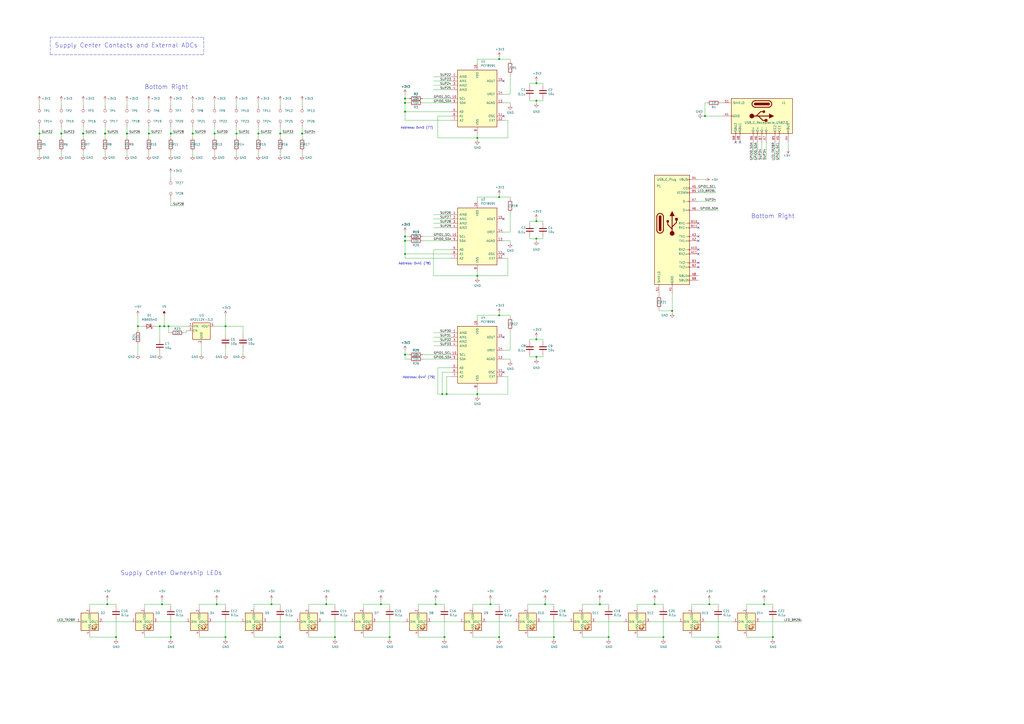
<source format=kicad_sch>
(kicad_sch (version 20211123) (generator eeschema)
  (paper "A2")
  (junction (at 111.76 77.47))
  (junction (at 67.31 369.57))
  (junction (at 80.01 189.23))
  (junction (at 276.86 80.01))
  (junction (at 194.31 369.57))
  (junction (at 226.06 369.57))
  (junction (at 22.86 77.47))
  (junction (at 130.81 369.57))
  (junction (at 353.06 369.57))
  (junction (at 259.08 228.6))
  (junction (at 220.98 350.52))
  (junction (at 62.23 350.52))
  (junction (at 448.31 369.57))
  (junction (at 124.46 77.47))
  (junction (at 289.56 182.88))
  (junction (at 86.36 77.47))
  (junction (at 276.86 228.6))
  (junction (at 347.98 350.52))
  (junction (at 408.94 67.31))
  (junction (at 256.54 228.6))
  (junction (at 311.15 138.43))
  (junction (at 157.48 350.52))
  (junction (at 137.16 77.47))
  (junction (at 234.95 139.7))
  (junction (at 130.81 189.23))
  (junction (at 316.23 350.52))
  (junction (at 289.56 114.3))
  (junction (at 389.89 180.34))
  (junction (at 92.71 189.23))
  (junction (at 234.95 64.77))
  (junction (at 99.06 77.47))
  (junction (at 149.86 77.47))
  (junction (at 443.23 350.52))
  (junction (at 93.98 350.52))
  (junction (at 175.26 77.47))
  (junction (at 276.86 160.02))
  (junction (at 162.56 369.57))
  (junction (at 234.95 147.32))
  (junction (at 321.31 369.57))
  (junction (at 234.95 137.16))
  (junction (at 234.95 205.74))
  (junction (at 234.95 59.69))
  (junction (at 257.81 369.57))
  (junction (at 311.15 207.01))
  (junction (at 311.15 196.85))
  (junction (at 97.79 189.23))
  (junction (at 125.73 350.52))
  (junction (at 379.73 350.52))
  (junction (at 35.56 77.47))
  (junction (at 384.81 369.57))
  (junction (at 411.48 350.52))
  (junction (at 162.56 77.47))
  (junction (at 311.15 128.27))
  (junction (at 60.96 77.47))
  (junction (at 99.06 369.57))
  (junction (at 311.15 48.26))
  (junction (at 48.26 77.47))
  (junction (at 416.56 369.57))
  (junction (at 189.23 350.52))
  (junction (at 289.56 34.29))
  (junction (at 289.56 369.57))
  (junction (at 73.66 77.47))
  (junction (at 284.48 350.52))
  (junction (at 311.15 58.42))
  (junction (at 95.25 189.23))
  (junction (at 252.73 350.52))
  (junction (at 234.95 57.15))
  (no_connect (at 405.13 152.4))
  (no_connect (at 292.1 147.32))
  (no_connect (at 405.13 132.08))
  (no_connect (at 405.13 154.94))
  (no_connect (at 405.13 129.54))
  (no_connect (at 292.1 46.99))
  (no_connect (at 405.13 147.32))
  (no_connect (at 405.13 144.78))
  (no_connect (at 292.1 127))
  (no_connect (at 426.72 82.55))
  (no_connect (at 429.26 82.55))
  (no_connect (at 292.1 67.31))
  (no_connect (at 405.13 139.7))
  (no_connect (at 292.1 215.9))
  (no_connect (at 405.13 137.16))
  (no_connect (at 292.1 195.58))
  (wire (pts (xy 353.06 350.52) (xy 353.06 351.79)))
  (wire (pts (xy 125.73 347.98) (xy 125.73 350.52)))
  (wire (pts (xy 149.86 87.63) (xy 149.86 90.17)))
  (wire (pts (xy 73.66 73.66) (xy 73.66 77.47)))
  (wire (pts (xy 179.07 368.3) (xy 179.07 369.57)))
  (wire (pts (xy 276.86 182.88) (xy 289.56 182.88)))
  (wire (pts (xy 48.26 58.42) (xy 48.26 60.96)))
  (wire (pts (xy 295.91 115.57) (xy 295.91 114.3)))
  (wire (pts (xy 107.95 191.77) (xy 109.22 191.77)))
  (wire (pts (xy 52.07 369.57) (xy 67.31 369.57)))
  (wire (pts (xy 379.73 350.52) (xy 384.81 350.52)))
  (wire (pts (xy 289.56 359.41) (xy 289.56 369.57)))
  (wire (pts (xy 210.82 368.3) (xy 210.82 369.57)))
  (wire (pts (xy 410.21 59.69) (xy 408.94 59.69)))
  (wire (pts (xy 162.56 359.41) (xy 162.56 369.57)))
  (wire (pts (xy 408.94 104.14) (xy 405.13 104.14)))
  (wire (pts (xy 261.62 64.77) (xy 234.95 64.77)))
  (wire (pts (xy 307.34 196.85) (xy 307.34 198.12)))
  (wire (pts (xy 22.86 77.47) (xy 30.48 77.47)))
  (wire (pts (xy 307.34 58.42) (xy 311.15 58.42)))
  (wire (pts (xy 295.91 139.7) (xy 295.91 140.97)))
  (wire (pts (xy 276.86 77.47) (xy 276.86 80.01)))
  (wire (pts (xy 311.15 58.42) (xy 311.15 59.69)))
  (wire (pts (xy 234.95 64.77) (xy 234.95 59.69)))
  (wire (pts (xy 106.68 193.04) (xy 107.95 193.04)))
  (wire (pts (xy 86.36 77.47) (xy 86.36 80.01)))
  (wire (pts (xy 189.23 350.52) (xy 194.31 350.52)))
  (wire (pts (xy 314.96 205.74) (xy 314.96 207.01)))
  (wire (pts (xy 90.17 189.23) (xy 92.71 189.23)))
  (wire (pts (xy 415.29 111.76) (xy 405.13 111.76)))
  (wire (pts (xy 92.71 204.47) (xy 92.71 205.74)))
  (polyline (pts (xy 118.11 21.59) (xy 118.11 31.75)))
  (wire (pts (xy 245.11 208.28) (xy 261.62 208.28)))
  (wire (pts (xy 220.98 347.98) (xy 220.98 350.52)))
  (wire (pts (xy 123.19 360.68) (xy 139.7 360.68)))
  (wire (pts (xy 314.96 57.15) (xy 314.96 58.42)))
  (wire (pts (xy 234.95 203.2) (xy 234.95 205.74)))
  (wire (pts (xy 124.46 189.23) (xy 130.81 189.23)))
  (wire (pts (xy 345.44 360.68) (xy 361.95 360.68)))
  (wire (pts (xy 257.81 370.84) (xy 257.81 369.57)))
  (polyline (pts (xy 29.21 31.75) (xy 29.21 21.59)))
  (wire (pts (xy 124.46 58.42) (xy 124.46 60.96)))
  (wire (pts (xy 259.08 228.6) (xy 276.86 228.6)))
  (wire (pts (xy 353.06 370.84) (xy 353.06 369.57)))
  (wire (pts (xy 130.81 189.23) (xy 130.81 194.31)))
  (wire (pts (xy 251.46 46.99) (xy 261.62 46.99)))
  (wire (pts (xy 162.56 87.63) (xy 162.56 90.17)))
  (wire (pts (xy 311.15 207.01) (xy 311.15 208.28)))
  (wire (pts (xy 311.15 58.42) (xy 314.96 58.42)))
  (wire (pts (xy 92.71 189.23) (xy 95.25 189.23)))
  (wire (pts (xy 289.56 181.61) (xy 289.56 182.88)))
  (wire (pts (xy 276.86 157.48) (xy 276.86 160.02)))
  (wire (pts (xy 292.1 69.85) (xy 294.64 69.85)))
  (wire (pts (xy 292.1 208.28) (xy 295.91 208.28)))
  (wire (pts (xy 83.82 353.06) (xy 83.82 350.52)))
  (wire (pts (xy 237.49 139.7) (xy 234.95 139.7)))
  (wire (pts (xy 306.07 368.3) (xy 306.07 369.57)))
  (wire (pts (xy 444.5 82.55) (xy 444.5 92.71)))
  (wire (pts (xy 175.26 77.47) (xy 175.26 80.01)))
  (wire (pts (xy 124.46 77.47) (xy 132.08 77.47)))
  (wire (pts (xy 60.96 77.47) (xy 68.58 77.47)))
  (wire (pts (xy 314.96 48.26) (xy 314.96 49.53)))
  (wire (pts (xy 295.91 208.28) (xy 295.91 209.55)))
  (wire (pts (xy 234.95 139.7) (xy 234.95 137.16)))
  (wire (pts (xy 377.19 360.68) (xy 393.7 360.68)))
  (wire (pts (xy 154.94 360.68) (xy 171.45 360.68)))
  (wire (pts (xy 382.27 180.34) (xy 389.89 180.34)))
  (wire (pts (xy 99.06 370.84) (xy 99.06 369.57)))
  (wire (pts (xy 52.07 350.52) (xy 62.23 350.52)))
  (wire (pts (xy 353.06 359.41) (xy 353.06 369.57)))
  (wire (pts (xy 147.32 369.57) (xy 162.56 369.57)))
  (wire (pts (xy 289.56 34.29) (xy 295.91 34.29)))
  (wire (pts (xy 80.01 189.23) (xy 80.01 191.77)))
  (wire (pts (xy 382.27 179.07) (xy 382.27 180.34)))
  (wire (pts (xy 316.23 350.52) (xy 321.31 350.52)))
  (wire (pts (xy 48.26 77.47) (xy 48.26 80.01)))
  (wire (pts (xy 314.96 128.27) (xy 314.96 129.54)))
  (wire (pts (xy 111.76 77.47) (xy 111.76 80.01)))
  (wire (pts (xy 137.16 73.66) (xy 137.16 77.47)))
  (wire (pts (xy 234.95 208.28) (xy 234.95 205.74)))
  (wire (pts (xy 252.73 350.52) (xy 257.81 350.52)))
  (wire (pts (xy 389.89 180.34) (xy 389.89 170.18)))
  (wire (pts (xy 237.49 208.28) (xy 234.95 208.28)))
  (wire (pts (xy 274.32 369.57) (xy 289.56 369.57)))
  (wire (pts (xy 97.79 193.04) (xy 97.79 189.23)))
  (wire (pts (xy 294.64 69.85) (xy 294.64 80.01)))
  (wire (pts (xy 73.66 77.47) (xy 81.28 77.47)))
  (wire (pts (xy 416.56 350.52) (xy 416.56 351.79)))
  (wire (pts (xy 83.82 369.57) (xy 99.06 369.57)))
  (wire (pts (xy 137.16 58.42) (xy 137.16 60.96)))
  (wire (pts (xy 311.15 128.27) (xy 307.34 128.27)))
  (wire (pts (xy 83.82 350.52) (xy 93.98 350.52)))
  (wire (pts (xy 416.56 370.84) (xy 416.56 369.57)))
  (wire (pts (xy 130.81 350.52) (xy 130.81 351.79)))
  (wire (pts (xy 157.48 350.52) (xy 162.56 350.52)))
  (wire (pts (xy 415.29 116.84) (xy 405.13 116.84)))
  (wire (pts (xy 35.56 77.47) (xy 43.18 77.47)))
  (wire (pts (xy 254 213.36) (xy 254 228.6)))
  (wire (pts (xy 99.06 100.33) (xy 99.06 102.87)))
  (wire (pts (xy 22.86 73.66) (xy 22.86 77.47)))
  (polyline (pts (xy 29.21 31.75) (xy 118.11 31.75)))
  (wire (pts (xy 382.27 170.18) (xy 382.27 171.45)))
  (wire (pts (xy 245.11 205.74) (xy 261.62 205.74)))
  (wire (pts (xy 292.1 203.2) (xy 295.91 203.2)))
  (wire (pts (xy 234.95 147.32) (xy 261.62 147.32)))
  (wire (pts (xy 234.95 137.16) (xy 237.49 137.16)))
  (wire (pts (xy 194.31 359.41) (xy 194.31 369.57)))
  (wire (pts (xy 261.62 213.36) (xy 254 213.36)))
  (wire (pts (xy 307.34 207.01) (xy 311.15 207.01)))
  (wire (pts (xy 274.32 368.3) (xy 274.32 369.57)))
  (wire (pts (xy 73.66 77.47) (xy 73.66 80.01)))
  (wire (pts (xy 337.82 369.57) (xy 353.06 369.57)))
  (wire (pts (xy 179.07 353.06) (xy 179.07 350.52)))
  (wire (pts (xy 186.69 360.68) (xy 203.2 360.68)))
  (wire (pts (xy 162.56 73.66) (xy 162.56 77.47)))
  (wire (pts (xy 130.81 359.41) (xy 130.81 369.57)))
  (wire (pts (xy 234.95 205.74) (xy 237.49 205.74)))
  (wire (pts (xy 251.46 160.02) (xy 276.86 160.02)))
  (wire (pts (xy 149.86 77.47) (xy 149.86 80.01)))
  (wire (pts (xy 316.23 347.98) (xy 316.23 350.52)))
  (wire (pts (xy 93.98 350.52) (xy 99.06 350.52)))
  (wire (pts (xy 175.26 58.42) (xy 175.26 60.96)))
  (wire (pts (xy 234.95 54.61) (xy 234.95 57.15)))
  (wire (pts (xy 115.57 369.57) (xy 130.81 369.57)))
  (wire (pts (xy 443.23 347.98) (xy 443.23 350.52)))
  (wire (pts (xy 411.48 347.98) (xy 411.48 350.52)))
  (wire (pts (xy 289.56 33.02) (xy 289.56 34.29)))
  (wire (pts (xy 254 228.6) (xy 256.54 228.6)))
  (wire (pts (xy 433.07 369.57) (xy 448.31 369.57)))
  (wire (pts (xy 86.36 77.47) (xy 93.98 77.47)))
  (wire (pts (xy 73.66 58.42) (xy 73.66 60.96)))
  (wire (pts (xy 289.56 113.03) (xy 289.56 114.3)))
  (wire (pts (xy 210.82 350.52) (xy 220.98 350.52)))
  (wire (pts (xy 274.32 353.06) (xy 274.32 350.52)))
  (wire (pts (xy 311.15 46.99) (xy 311.15 48.26)))
  (wire (pts (xy 130.81 182.88) (xy 130.81 189.23)))
  (wire (pts (xy 276.86 80.01) (xy 294.64 80.01)))
  (wire (pts (xy 311.15 48.26) (xy 307.34 48.26)))
  (wire (pts (xy 337.82 368.3) (xy 337.82 369.57)))
  (wire (pts (xy 292.1 149.86) (xy 294.64 149.86)))
  (wire (pts (xy 175.26 87.63) (xy 175.26 90.17)))
  (wire (pts (xy 276.86 185.42) (xy 276.86 182.88)))
  (wire (pts (xy 251.46 44.45) (xy 261.62 44.45)))
  (wire (pts (xy 124.46 87.63) (xy 124.46 90.17)))
  (wire (pts (xy 251.46 127) (xy 261.62 127)))
  (wire (pts (xy 405.13 121.92) (xy 416.56 121.92)))
  (wire (pts (xy 220.98 350.52) (xy 226.06 350.52)))
  (wire (pts (xy 401.32 369.57) (xy 416.56 369.57)))
  (wire (pts (xy 179.07 369.57) (xy 194.31 369.57)))
  (wire (pts (xy 289.56 350.52) (xy 289.56 351.79)))
  (wire (pts (xy 292.1 218.44) (xy 294.64 218.44)))
  (wire (pts (xy 384.81 370.84) (xy 384.81 369.57)))
  (wire (pts (xy 261.62 218.44) (xy 259.08 218.44)))
  (wire (pts (xy 307.34 128.27) (xy 307.34 129.54)))
  (wire (pts (xy 67.31 359.41) (xy 67.31 369.57)))
  (wire (pts (xy 60.96 77.47) (xy 60.96 80.01)))
  (wire (pts (xy 307.34 48.26) (xy 307.34 49.53)))
  (wire (pts (xy 407.67 67.31) (xy 408.94 67.31)))
  (wire (pts (xy 261.62 215.9) (xy 256.54 215.9)))
  (wire (pts (xy 311.15 207.01) (xy 314.96 207.01)))
  (wire (pts (xy 321.31 350.52) (xy 321.31 351.79)))
  (wire (pts (xy 307.34 137.16) (xy 307.34 138.43)))
  (wire (pts (xy 22.86 58.42) (xy 22.86 60.96)))
  (wire (pts (xy 99.06 350.52) (xy 99.06 351.79)))
  (wire (pts (xy 234.95 69.85) (xy 261.62 69.85)))
  (wire (pts (xy 80.01 182.88) (xy 80.01 189.23)))
  (wire (pts (xy 251.46 195.58) (xy 261.62 195.58)))
  (wire (pts (xy 35.56 73.66) (xy 35.56 77.47)))
  (wire (pts (xy 276.86 114.3) (xy 289.56 114.3)))
  (wire (pts (xy 175.26 73.66) (xy 175.26 77.47)))
  (wire (pts (xy 140.97 201.93) (xy 140.97 205.74)))
  (wire (pts (xy 276.86 116.84) (xy 276.86 114.3)))
  (wire (pts (xy 289.56 182.88) (xy 295.91 182.88)))
  (wire (pts (xy 22.86 77.47) (xy 22.86 80.01)))
  (wire (pts (xy 99.06 115.57) (xy 99.06 119.38)))
  (wire (pts (xy 384.81 359.41) (xy 384.81 369.57)))
  (wire (pts (xy 292.1 59.69) (xy 295.91 59.69)))
  (wire (pts (xy 254 80.01) (xy 276.86 80.01)))
  (wire (pts (xy 306.07 350.52) (xy 316.23 350.52)))
  (wire (pts (xy 149.86 77.47) (xy 157.48 77.47)))
  (wire (pts (xy 35.56 77.47) (xy 35.56 80.01)))
  (wire (pts (xy 194.31 370.84) (xy 194.31 369.57)))
  (wire (pts (xy 137.16 77.47) (xy 144.78 77.47)))
  (wire (pts (xy 292.1 54.61) (xy 295.91 54.61)))
  (wire (pts (xy 137.16 87.63) (xy 137.16 90.17)))
  (wire (pts (xy 162.56 58.42) (xy 162.56 60.96)))
  (wire (pts (xy 124.46 73.66) (xy 124.46 77.47)))
  (wire (pts (xy 284.48 350.52) (xy 289.56 350.52)))
  (wire (pts (xy 321.31 370.84) (xy 321.31 369.57)))
  (wire (pts (xy 147.32 368.3) (xy 147.32 369.57)))
  (wire (pts (xy 93.98 347.98) (xy 93.98 350.52)))
  (wire (pts (xy 433.07 353.06) (xy 433.07 350.52)))
  (wire (pts (xy 311.15 196.85) (xy 307.34 196.85)))
  (wire (pts (xy 284.48 347.98) (xy 284.48 350.52)))
  (wire (pts (xy 115.57 350.52) (xy 125.73 350.52)))
  (wire (pts (xy 256.54 228.6) (xy 259.08 228.6)))
  (wire (pts (xy 67.31 370.84) (xy 67.31 369.57)))
  (wire (pts (xy 48.26 87.63) (xy 48.26 90.17)))
  (wire (pts (xy 60.96 87.63) (xy 60.96 90.17)))
  (wire (pts (xy 234.95 59.69) (xy 234.95 57.15)))
  (wire (pts (xy 237.49 59.69) (xy 234.95 59.69)))
  (wire (pts (xy 276.86 160.02) (xy 276.86 161.29)))
  (wire (pts (xy 234.95 134.62) (xy 234.95 137.16)))
  (wire (pts (xy 261.62 67.31) (xy 254 67.31)))
  (wire (pts (xy 347.98 347.98) (xy 347.98 350.52)))
  (wire (pts (xy 99.06 77.47) (xy 106.68 77.47)))
  (wire (pts (xy 157.48 347.98) (xy 157.48 350.52)))
  (wire (pts (xy 276.86 80.01) (xy 276.86 81.28)))
  (wire (pts (xy 99.06 359.41) (xy 99.06 369.57)))
  (wire (pts (xy 389.89 181.61) (xy 389.89 180.34)))
  (wire (pts (xy 99.06 193.04) (xy 97.79 193.04)))
  (wire (pts (xy 111.76 58.42) (xy 111.76 60.96)))
  (wire (pts (xy 130.81 370.84) (xy 130.81 369.57)))
  (wire (pts (xy 251.46 200.66) (xy 261.62 200.66)))
  (wire (pts (xy 369.57 368.3) (xy 369.57 369.57)))
  (wire (pts (xy 234.95 149.86) (xy 261.62 149.86)))
  (wire (pts (xy 256.54 215.9) (xy 256.54 228.6)))
  (polyline (pts (xy 29.21 21.59) (xy 118.11 21.59)))
  (wire (pts (xy 111.76 87.63) (xy 111.76 90.17)))
  (wire (pts (xy 210.82 369.57) (xy 226.06 369.57)))
  (wire (pts (xy 99.06 87.63) (xy 99.06 90.17)))
  (wire (pts (xy 369.57 369.57) (xy 384.81 369.57)))
  (wire (pts (xy 62.23 347.98) (xy 62.23 350.52)))
  (wire (pts (xy 60.96 58.42) (xy 60.96 60.96)))
  (wire (pts (xy 33.02 360.68) (xy 44.45 360.68)))
  (wire (pts (xy 22.86 87.63) (xy 22.86 90.17)))
  (wire (pts (xy 97.79 189.23) (xy 109.22 189.23)))
  (wire (pts (xy 175.26 77.47) (xy 182.88 77.47)))
  (wire (pts (xy 415.29 109.22) (xy 405.13 109.22)))
  (wire (pts (xy 311.15 138.43) (xy 314.96 138.43)))
  (wire (pts (xy 311.15 138.43) (xy 311.15 139.7)))
  (wire (pts (xy 411.48 350.52) (xy 416.56 350.52)))
  (wire (pts (xy 314.96 137.16) (xy 314.96 138.43)))
  (wire (pts (xy 52.07 353.06) (xy 52.07 350.52)))
  (wire (pts (xy 80.01 189.23) (xy 82.55 189.23)))
  (wire (pts (xy 245.11 57.15) (xy 261.62 57.15)))
  (wire (pts (xy 408.94 67.31) (xy 419.1 67.31)))
  (wire (pts (xy 251.46 49.53) (xy 261.62 49.53)))
  (wire (pts (xy 379.73 347.98) (xy 379.73 350.52)))
  (wire (pts (xy 86.36 58.42) (xy 86.36 60.96)))
  (wire (pts (xy 147.32 350.52) (xy 157.48 350.52)))
  (wire (pts (xy 162.56 77.47) (xy 162.56 80.01)))
  (wire (pts (xy 254 67.31) (xy 254 80.01)))
  (wire (pts (xy 294.64 218.44) (xy 294.64 228.6)))
  (wire (pts (xy 384.81 350.52) (xy 384.81 351.79)))
  (wire (pts (xy 91.44 360.68) (xy 107.95 360.68)))
  (wire (pts (xy 234.95 57.15) (xy 237.49 57.15)))
  (wire (pts (xy 210.82 353.06) (xy 210.82 350.52)))
  (wire (pts (xy 60.96 73.66) (xy 60.96 77.47)))
  (wire (pts (xy 194.31 350.52) (xy 194.31 351.79)))
  (wire (pts (xy 294.64 149.86) (xy 294.64 160.02)))
  (wire (pts (xy 140.97 194.31) (xy 140.97 189.23)))
  (wire (pts (xy 307.34 57.15) (xy 307.34 58.42)))
  (wire (pts (xy 107.95 193.04) (xy 107.95 191.77)))
  (wire (pts (xy 295.91 184.15) (xy 295.91 182.88)))
  (wire (pts (xy 321.31 359.41) (xy 321.31 369.57)))
  (wire (pts (xy 251.46 132.08) (xy 261.62 132.08)))
  (wire (pts (xy 218.44 360.68) (xy 234.95 360.68)))
  (wire (pts (xy 62.23 350.52) (xy 67.31 350.52)))
  (wire (pts (xy 130.81 201.93) (xy 130.81 205.74)))
  (wire (pts (xy 433.07 368.3) (xy 433.07 369.57)))
  (wire (pts (xy 416.56 359.41) (xy 416.56 369.57)))
  (wire (pts (xy 115.57 353.06) (xy 115.57 350.52)))
  (wire (pts (xy 99.06 58.42) (xy 99.06 60.96)))
  (wire (pts (xy 276.86 228.6) (xy 294.64 228.6)))
  (wire (pts (xy 311.15 196.85) (xy 314.96 196.85)))
  (wire (pts (xy 125.73 350.52) (xy 130.81 350.52)))
  (wire (pts (xy 307.34 205.74) (xy 307.34 207.01)))
  (wire (pts (xy 306.07 369.57) (xy 321.31 369.57)))
  (wire (pts (xy 441.96 82.55) (xy 441.96 92.71)))
  (wire (pts (xy 149.86 58.42) (xy 149.86 60.96)))
  (wire (pts (xy 436.88 82.55) (xy 436.88 92.71)))
  (wire (pts (xy 276.86 34.29) (xy 289.56 34.29)))
  (wire (pts (xy 245.11 137.16) (xy 261.62 137.16)))
  (wire (pts (xy 448.31 350.52) (xy 448.31 351.79)))
  (wire (pts (xy 440.69 360.68) (xy 464.82 360.68)))
  (wire (pts (xy 347.98 350.52) (xy 353.06 350.52)))
  (wire (pts (xy 419.1 59.69) (xy 417.83 59.69)))
  (wire (pts (xy 337.82 353.06) (xy 337.82 350.52)))
  (wire (pts (xy 245.11 59.69) (xy 261.62 59.69)))
  (wire (pts (xy 251.46 198.12) (xy 261.62 198.12)))
  (wire (pts (xy 295.91 43.18) (xy 295.91 54.61)))
  (wire (pts (xy 433.07 350.52) (xy 443.23 350.52)))
  (wire (pts (xy 48.26 73.66) (xy 48.26 77.47)))
  (wire (pts (xy 295.91 59.69) (xy 295.91 60.96)))
  (wire (pts (xy 111.76 77.47) (xy 119.38 77.47)))
  (wire (pts (xy 99.06 77.47) (xy 99.06 80.01)))
  (wire (pts (xy 234.95 147.32) (xy 234.95 139.7)))
  (wire (pts (xy 147.32 353.06) (xy 147.32 350.52)))
  (wire (pts (xy 295.91 35.56) (xy 295.91 34.29)))
  (wire (pts (xy 48.26 77.47) (xy 55.88 77.47)))
  (wire (pts (xy 67.31 350.52) (xy 67.31 351.79)))
  (wire (pts (xy 276.86 160.02) (xy 294.64 160.02)))
  (wire (pts (xy 226.06 350.52) (xy 226.06 351.79)))
  (wire (pts (xy 276.86 36.83) (xy 276.86 34.29)))
  (wire (pts (xy 311.15 128.27) (xy 314.96 128.27)))
  (wire (pts (xy 401.32 353.06) (xy 401.32 350.52)))
  (wire (pts (xy 251.46 193.04) (xy 261.62 193.04)))
  (wire (pts (xy 313.69 360.68) (xy 330.2 360.68)))
  (wire (pts (xy 162.56 370.84) (xy 162.56 369.57)))
  (wire (pts (xy 311.15 127) (xy 311.15 128.27)))
  (wire (pts (xy 115.57 368.3) (xy 115.57 369.57)))
  (wire (pts (xy 295.91 191.77) (xy 295.91 203.2)))
  (wire (pts (xy 307.34 138.43) (xy 311.15 138.43)))
  (wire (pts (xy 443.23 350.52) (xy 448.31 350.52)))
  (wire (pts (xy 274.32 350.52) (xy 284.48 350.52)))
  (wire (pts (xy 257.81 359.41) (xy 257.81 369.57)))
  (wire (pts (xy 401.32 350.52) (xy 411.48 350.52)))
  (wire (pts (xy 314.96 196.85) (xy 314.96 198.12)))
  (wire (pts (xy 452.12 82.55) (xy 452.12 92.71)))
  (wire (pts (xy 259.08 218.44) (xy 259.08 228.6)))
  (wire (pts (xy 59.69 360.68) (xy 76.2 360.68)))
  (wire (pts (xy 251.46 124.46) (xy 261.62 124.46)))
  (wire (pts (xy 289.56 370.84) (xy 289.56 369.57)))
  (wire (pts (xy 251.46 52.07) (xy 261.62 52.07)))
  (wire (pts (xy 457.2 86.36) (xy 457.2 82.55)))
  (wire (pts (xy 189.23 347.98) (xy 189.23 350.52)))
  (wire (pts (xy 226.06 359.41) (xy 226.06 369.57)))
  (wire (pts (xy 276.86 226.06) (xy 276.86 228.6)))
  (wire (pts (xy 408.94 59.69) (xy 408.94 67.31)))
  (wire (pts (xy 99.06 73.66) (xy 99.06 77.47)))
  (wire (pts (xy 289.56 114.3) (xy 295.91 114.3)))
  (wire (pts (xy 179.07 350.52) (xy 189.23 350.52)))
  (wire (pts (xy 162.56 77.47) (xy 170.18 77.47)))
  (wire (pts (xy 337.82 350.52) (xy 347.98 350.52)))
  (wire (pts (xy 292.1 139.7) (xy 295.91 139.7)))
  (wire (pts (xy 448.31 370.84) (xy 448.31 369.57)))
  (wire (pts (xy 35.56 58.42) (xy 35.56 60.96)))
  (wire (pts (xy 162.56 350.52) (xy 162.56 351.79)))
  (wire (pts (xy 250.19 360.68) (xy 266.7 360.68)))
  (wire (pts (xy 226.06 370.84) (xy 226.06 369.57)))
  (wire (pts (xy 111.76 73.66) (xy 111.76 77.47)))
  (wire (pts (xy 311.15 195.58) (xy 311.15 196.85)))
  (wire (pts (xy 137.16 77.47) (xy 137.16 80.01)))
  (wire (pts (xy 245.11 139.7) (xy 261.62 139.7)))
  (wire (pts (xy 448.31 359.41) (xy 448.31 369.57)))
  (wire (pts (xy 124.46 77.47) (xy 124.46 80.01)))
  (wire (pts (xy 251.46 129.54) (xy 261.62 129.54)))
  (wire (pts (xy 242.57 368.3) (xy 242.57 369.57)))
  (wire (pts (xy 449.58 82.55) (xy 449.58 92.71)))
  (wire (pts (xy 83.82 368.3) (xy 83.82 369.57)))
  (wire (pts (xy 35.56 87.63) (xy 35.56 90.17)))
  (wire (pts (xy 86.36 73.66) (xy 86.36 77.47)))
  (wire (pts (xy 439.42 82.55) (xy 439.42 92.71)))
  (wire (pts (xy 73.66 87.63) (xy 73.66 90.17)))
  (wire (pts (xy 149.86 73.66) (xy 149.86 77.47)))
  (wire (pts (xy 234.95 149.86) (xy 234.95 147.32)))
  (wire (pts (xy 369.57 350.52) (xy 379.73 350.52)))
  (wire (pts (xy 261.62 144.78) (xy 251.46 144.78)))
  (wire (pts (xy 140.97 189.23) (xy 130.81 189.23)))
  (wire (pts (xy 95.25 189.23) (xy 97.79 189.23)))
  (wire (pts (xy 295.91 123.19) (xy 295.91 134.62)))
  (wire (pts (xy 92.71 189.23) (xy 92.71 196.85)))
  (wire (pts (xy 95.25 182.88) (xy 95.25 189.23)))
  (wire (pts (xy 306.07 353.06) (xy 306.07 350.52)))
  (wire (pts (xy 242.57 369.57) (xy 257.81 369.57)))
  (wire (pts (xy 276.86 228.6) (xy 276.86 229.87)))
  (wire (pts (xy 257.81 350.52) (xy 257.81 351.79)))
  (wire (pts (xy 234.95 69.85) (xy 234.95 64.77)))
  (wire (pts (xy 401.32 368.3) (xy 401.32 369.57)))
  (wire (pts (xy 242.57 353.06) (xy 242.57 350.52)))
  (wire (pts (xy 242.57 350.52) (xy 252.73 350.52)))
  (wire (pts (xy 80.01 199.39) (xy 80.01 205.74)))
  (wire (pts (xy 369.57 353.06) (xy 369.57 350.52)))
  (wire (pts (xy 292.1 134.62) (xy 295.91 134.62)))
  (wire (pts (xy 252.73 347.98) (xy 252.73 350.52)))
  (wire (pts (xy 408.94 360.68) (xy 425.45 360.68)))
  (wire (pts (xy 86.36 87.63) (xy 86.36 90.17)))
  (wire (pts (xy 116.84 199.39) (xy 116.84 205.74)))
  (wire (pts (xy 311.15 48.26) (xy 314.96 48.26)))
  (wire (pts (xy 99.06 119.38) (xy 106.68 119.38)))
  (wire (pts (xy 281.94 360.68) (xy 298.45 360.68)))
  (wire (pts (xy 251.46 144.78) (xy 251.46 160.02)))
  (wire (pts (xy 52.07 368.3) (xy 52.07 369.57)))
  (text "Address: 0x4D (77)" (at 232.41 74.93 0) (effects (font (size 1.27 1.27)) (justify left bottom)))
  (text "Bottom Right" (at 435.61 127 0) (effects (font (size 2.54 2.54)) (justify left bottom)))
  (text "Address: 0x4F (79)" (at 233.68 219.71 0) (effects (font (size 1.27 1.27)) (justify left bottom)))
  (text "Bottom Right" (at 83.82 52.07 0) (effects (font (size 2.54 2.54)) (justify left bottom)))
  (text "Supply Center Contacts and External ADCs" (at 31.75 27.94 0) (effects (font (size 2.54 2.54)) (justify left bottom)))
  (text "Supply Center Ownership LEDs" (at 69.85 334.01 0) (effects (font (size 2.54 2.54)) (justify left bottom)))
  (text "Address: 0x4E (78)" (at 231.14 153.67 0) (effects (font (size 1.27 1.27)) (justify left bottom)))
  (label "SUP29" (at 255.27 132.08 0))
  (label "SUP34" (at 415.29 116.84 180))
  (label "SUP30" (at 125.73 77.47 0))
  (label "SUP22" (at 24.13 77.47 0))
  (label "GPIO1_SCL" (at 251.46 205.74 0))
  (label "SUP32" (at 255.27 198.12 0))
  (label "SUP23" (at 36.83 77.47 0))
  (label "LED_BR2BL" (at 454.66 360.68 0))
  (label "GPIO1_SCL" (at 251.46 57.15 0))
  (label "SUP34" (at 444.5 86.36 270))
  (label "SUP25" (at 255.27 52.07 0))
  (label "GPIO0_SDA" (at 251.46 208.28 0))
  (label "SUP26" (at 255.27 124.46 0))
  (label "SUP24" (at 49.53 77.47 0))
  (label "GPIO1_SCL" (at 415.29 109.22 180))
  (label "SUP25" (at 62.23 77.47 0))
  (label "GPIO0_SDA" (at 436.88 82.55 270))
  (label "SUP29" (at 113.03 77.47 0))
  (label "SUP33" (at 163.83 77.47 0))
  (label "SUP31" (at 255.27 195.58 0))
  (label "LED_TR2BR" (at 449.58 82.55 270))
  (label "GPIO1_SCL" (at 251.46 137.16 0))
  (label "SUP27" (at 255.27 127 0))
  (label "SUP22" (at 255.27 44.45 0))
  (label "SUP33" (at 255.27 200.66 0))
  (label "SUP34" (at 441.96 86.36 270))
  (label "SUP24" (at 255.27 49.53 0))
  (label "SUP27" (at 87.63 77.47 0))
  (label "LED_TR2BR" (at 33.02 360.68 0))
  (label "GPIO0_SDA" (at 251.46 59.69 0))
  (label "GPIO0_SDA" (at 439.42 82.55 270))
  (label "SUP23" (at 255.27 46.99 0))
  (label "SUP32" (at 151.13 77.47 0))
  (label "SUP31" (at 138.43 77.47 0))
  (label "SUP28" (at 255.27 129.54 0))
  (label "LED_BR2BL" (at 415.29 111.76 180))
  (label "SUP26" (at 74.93 77.47 0))
  (label "GPIO0_SDA" (at 416.56 121.92 180))
  (label "SUP28" (at 100.33 119.38 0))
  (label "SUP30" (at 255.27 193.04 0))
  (label "SUP34" (at 176.53 77.47 0))
  (label "GPIO1_SCL" (at 452.12 82.55 270))
  (label "GPIO0_SDA" (at 251.46 139.7 0))
  (label "SUP28" (at 100.33 77.47 0))
  (symbol (lib_id "Device:C") (at 226.06 355.6 0) (unit 1)
    (property "Reference" "C15" (at 228.981 354.4316 0) (effects (justify left)))
    (property "Value" "0.1µ" (at 228.981 356.743 0) (effects (justify left)))
    (property "Footprint" "Capacitor_SMD:C_0805_2012Metric" (effects hide))
  )
  (symbol (lib_id "power:+3V3") (at 137.16 58.42 0) (unit 1)
    (property "Reference" "#PWR013" (effects hide))
    (property "Value" "+3V3" (at 140.97 57.15 0))
  )
  (symbol (lib_id "Device:R") (at 241.3 137.16 90) (unit 1)
    (property "Reference" "R19" (at 241.3 134.62 90))
    (property "Value" "10k" (at 241.3 137.16 90))
    (property "Footprint" "Resistor_SMD:R_0603_1608Metric" (effects hide))
  )
  (symbol (lib_id "power:+3V3") (at 234.95 134.62 0) (unit 1)
    (property "Reference" "#PWR039" (effects hide))
    (property "Value" "+3V3" (at 235.331 130.2258 0))
  )
  (symbol (lib_id "Connector:TestPoint") (at 86.36 60.96 180) (unit 1)
    (property "Reference" "TP6" (at 88.9 64.2619 0) (effects (justify right)))
    (property "Value" "TestPoint" (effects hide))
    (property "Footprint" "dip:TestPoint_Pad_D2.0mm" (effects hide))
  )
  (symbol (lib_id "power:GND") (at 67.31 370.84 0) (unit 1)
    (property "Reference" "#PWR071" (effects hide))
    (property "Value" "GND" (at 67.437 375.2342 0))
  )
  (symbol (lib_id "Device:C") (at 321.31 355.6 0) (unit 1)
    (property "Reference" "C18" (at 324.231 354.4316 0) (effects (justify left)))
    (property "Value" "0.1µ" (at 324.231 356.743 0) (effects (justify left)))
    (property "Footprint" "Capacitor_SMD:C_0805_2012Metric" (effects hide))
  )
  (symbol (lib_id "Interface_Expansion:PCF8591") (at 276.86 205.74 0) (unit 1)
    (property "Reference" "U4" (at 278.8794 184.15 0) (effects (justify left)))
    (property "Value" "PCF8591" (at 278.8794 186.69 0) (effects (justify left)))
    (property "Footprint" "Package_SO:SOIC-16W_7.5x10.3mm_P1.27mm" (effects hide))
    (property "Datasheet" "http://www.nxp.com/documents/data_sheet/PCF8591.pdf" (effects hide))
  )
  (symbol (lib_id "Connector:TestPoint") (at 149.86 73.66 0) (unit 1)
    (property "Reference" "TP24" (at 152.4 70.3579 0) (effects (justify left)))
    (property "Value" "TestPoint" (effects hide))
    (property "Footprint" "dip:TestPoint_Pad_D2.0mm" (effects hide))
  )
  (symbol (lib_id "Device:R") (at 241.3 59.69 90) (unit 1)
    (property "Reference" "R3" (at 241.3 62.23 90))
    (property "Value" "10k" (at 241.3 59.69 90))
    (property "Footprint" "Resistor_SMD:R_0603_1608Metric" (effects hide))
  )
  (symbol (lib_id "power:GND") (at 130.81 370.84 0) (unit 1)
    (property "Reference" "#PWR073" (effects hide))
    (property "Value" "GND" (at 130.937 375.2342 0))
  )
  (symbol (lib_id "Connector:TestPoint") (at 48.26 73.66 0) (unit 1)
    (property "Reference" "TP16" (at 50.8 70.3579 0) (effects (justify left)))
    (property "Value" "TestPoint" (effects hide))
    (property "Footprint" "dip:TestPoint_Pad_D2.0mm" (effects hide))
  )
  (symbol (lib_id "Device:C") (at 314.96 201.93 0) (unit 1)
    (property "Reference" "C9" (at 317.881 200.7616 0) (effects (justify left)))
    (property "Value" "10u" (at 317.881 203.073 0) (effects (justify left)))
    (property "Footprint" "Capacitor_SMD:C_0805_2012Metric" (effects hide))
  )
  (symbol (lib_id "Connector:USB_C_Receptacle_USB2.0") (at 441.96 67.31 270) (unit 1)
    (property "Reference" "J1" (at 453.39 59.69 90) (effects (justify left)))
    (property "Value" "USB_C_Receptacle_USB2.0" (at 431.8 71.12 90) (effects (justify left)))
    (property "Footprint" "dip:USB_C_Receptacle_HRO_TYPE-C-31-M-12" (effects hide))
    (property "Datasheet" "https://www.usb.org/sites/default/files/documents/usb_type-c.zip" (effects hide))
  )
  (symbol (lib_name "SK6805-EC_5") (lib_id "MCU_RaspberryPi_RP2040:SK6805-EC") (at 115.57 360.68 0) (unit 1)
    (property "Reference" "D4" (at 123.19 355.6 0))
    (property "Value" "SK6805-EC" (effects hide))
    (property "Footprint" "dip:SK6805-EC" (effects hide))
  )
  (symbol (lib_name "SK6805-EC_4") (lib_id "MCU_RaspberryPi_RP2040:SK6805-EC") (at 337.82 360.68 0) (unit 1)
    (property "Reference" "D11" (at 345.44 355.6 0))
    (property "Value" "SK6805-EC" (effects hide))
    (property "Footprint" "dip:SK6805-EC" (effects hide))
  )
  (symbol (lib_id "power:+3V3") (at 149.86 58.42 0) (unit 1)
    (property "Reference" "#PWR014" (effects hide))
    (property "Value" "+3V3" (at 153.67 57.15 0))
  )
  (symbol (lib_id "power:GND") (at 162.56 90.17 0) (unit 1)
    (property "Reference" "#PWR033" (effects hide))
    (property "Value" "GND" (at 166.37 91.44 0))
  )
  (symbol (lib_id "Interface_Expansion:PCF8591") (at 276.86 57.15 0) (unit 1)
    (property "Reference" "U1" (at 278.8794 35.56 0) (effects (justify left)))
    (property "Value" "PCF8591" (at 278.8794 38.1 0) (effects (justify left)))
    (property "Footprint" "Package_SO:SOIC-16W_7.5x10.3mm_P1.27mm" (effects hide))
    (property "Datasheet" "http://www.nxp.com/documents/data_sheet/PCF8591.pdf" (effects hide))
  )
  (symbol (lib_id "Connector:TestPoint") (at 22.86 60.96 180) (unit 1)
    (property "Reference" "TP1" (at 25.4 64.2619 0) (effects (justify right)))
    (property "Value" "TestPoint" (effects hide))
    (property "Footprint" "dip:TestPoint_Pad_D2.0mm" (effects hide))
  )
  (symbol (lib_id "power:+3V3") (at 124.46 58.42 0) (unit 1)
    (property "Reference" "#PWR012" (effects hide))
    (property "Value" "+3V3" (at 128.27 57.15 0))
  )
  (symbol (lib_id "Device:C") (at 353.06 355.6 0) (unit 1)
    (property "Reference" "C19" (at 355.981 354.4316 0) (effects (justify left)))
    (property "Value" "0.1µ" (at 355.981 356.743 0) (effects (justify left)))
    (property "Footprint" "Capacitor_SMD:C_0805_2012Metric" (effects hide))
  )
  (symbol (lib_id "power:GND") (at 407.67 67.31 270) (mirror x) (unit 1)
    (property "Reference" "#PWR019" (effects hide))
    (property "Value" "GND" (at 407.67 64.77 90) (effects (justify right)))
  )
  (symbol (lib_id "Connector:TestPoint") (at 175.26 73.66 0) (unit 1)
    (property "Reference" "TP26" (at 177.8 70.3579 0) (effects (justify left)))
    (property "Value" "TestPoint" (effects hide))
    (property "Footprint" "dip:TestPoint_Pad_D2.0mm" (effects hide))
  )
  (symbol (lib_name "SK6805-EC_8") (lib_id "MCU_RaspberryPi_RP2040:SK6805-EC") (at 147.32 360.68 0) (unit 1)
    (property "Reference" "D5" (at 154.94 355.6 0))
    (property "Value" "SK6805-EC" (effects hide))
    (property "Footprint" "dip:SK6805-EC" (effects hide))
  )
  (symbol (lib_id "Connector:TestPoint") (at 111.76 73.66 0) (unit 1)
    (property "Reference" "TP21" (at 114.3 70.3579 0) (effects (justify left)))
    (property "Value" "TestPoint" (effects hide))
    (property "Footprint" "dip:TestPoint_Pad_D2.0mm" (effects hide))
  )
  (symbol (lib_id "Device:R") (at 124.46 83.82 180) (unit 1)
    (property "Reference" "R13" (at 127 83.82 0))
    (property "Value" "10k" (at 124.46 83.82 90))
    (property "Footprint" "Resistor_SMD:R_0603_1608Metric" (effects hide))
  )
  (symbol (lib_name "SK6805-EC_11") (lib_id "MCU_RaspberryPi_RP2040:SK6805-EC") (at 242.57 360.68 0) (unit 1)
    (property "Reference" "D8" (at 250.19 355.6 0))
    (property "Value" "SK6805-EC" (effects hide))
    (property "Footprint" "dip:SK6805-EC" (effects hide))
  )
  (symbol (lib_id "power:+3V3") (at 311.15 46.99 0) (unit 1)
    (property "Reference" "#PWR02" (effects hide))
    (property "Value" "+3V3" (at 311.531 42.5958 0))
  )
  (symbol (lib_id "Device:C") (at 92.71 200.66 0) (unit 1)
    (property "Reference" "C7" (at 95.631 199.4916 0) (effects (justify left)))
    (property "Value" "10µ" (at 95.631 201.803 0) (effects (justify left)))
    (property "Footprint" "Capacitor_SMD:C_0805_2012Metric" (effects hide))
  )
  (symbol (lib_id "power:GND") (at 311.15 208.28 0) (unit 1)
    (property "Reference" "#PWR055" (effects hide))
    (property "Value" "GND" (at 311.15 213.36 0))
  )
  (symbol (lib_id "Device:C") (at 99.06 355.6 0) (unit 1)
    (property "Reference" "C11" (at 101.981 354.4316 0) (effects (justify left)))
    (property "Value" "0.1µ" (at 101.981 356.743 0) (effects (justify left)))
    (property "Footprint" "Capacitor_SMD:C_0805_2012Metric" (effects hide))
  )
  (symbol (lib_id "power:GND") (at 448.31 370.84 0) (unit 1)
    (property "Reference" "#PWR083" (effects hide))
    (property "Value" "GND" (at 448.437 375.2342 0))
  )
  (symbol (lib_id "Connector:TestPoint") (at 73.66 73.66 0) (unit 1)
    (property "Reference" "TP18" (at 76.2 70.3579 0) (effects (justify left)))
    (property "Value" "TestPoint" (effects hide))
    (property "Footprint" "dip:TestPoint_Pad_D2.0mm" (effects hide))
  )
  (symbol (lib_id "power:GND") (at 194.31 370.84 0) (unit 1)
    (property "Reference" "#PWR075" (effects hide))
    (property "Value" "GND" (at 194.437 375.2342 0))
  )
  (symbol (lib_id "Connector:TestPoint") (at 48.26 60.96 180) (unit 1)
    (property "Reference" "TP3" (at 50.8 64.2619 0) (effects (justify right)))
    (property "Value" "TestPoint" (effects hide))
    (property "Footprint" "dip:TestPoint_Pad_D2.0mm" (effects hide))
  )
  (symbol (lib_id "power:+3V3") (at 289.56 181.61 0) (unit 1)
    (property "Reference" "#PWR043" (effects hide))
    (property "Value" "+3V3" (at 289.941 177.2158 0))
  )
  (symbol (lib_id "power:+3V3") (at 311.15 195.58 0) (unit 1)
    (property "Reference" "#PWR048" (effects hide))
    (property "Value" "+3V3" (at 311.531 191.1858 0))
  )
  (symbol (lib_id "power:GND") (at 162.56 370.84 0) (unit 1)
    (property "Reference" "#PWR074" (effects hide))
    (property "Value" "GND" (at 162.687 375.2342 0))
  )
  (symbol (lib_id "power:GND") (at 257.81 370.84 0) (unit 1)
    (property "Reference" "#PWR077" (effects hide))
    (property "Value" "GND" (at 257.937 375.2342 0))
  )
  (symbol (lib_id "power:GND") (at 99.06 90.17 0) (unit 1)
    (property "Reference" "#PWR028" (effects hide))
    (property "Value" "GND" (at 102.87 91.44 0))
  )
  (symbol (lib_id "power:GND") (at 226.06 370.84 0) (unit 1)
    (property "Reference" "#PWR076" (effects hide))
    (property "Value" "GND" (at 226.187 375.2342 0))
  )
  (symbol (lib_id "power:GND") (at 353.06 370.84 0) (unit 1)
    (property "Reference" "#PWR080" (effects hide))
    (property "Value" "GND" (at 353.187 375.2342 0))
  )
  (symbol (lib_name "SK6805-EC_1") (lib_id "MCU_RaspberryPi_RP2040:SK6805-EC") (at 433.07 360.68 0) (unit 1)
    (property "Reference" "D14" (at 440.69 355.6 0))
    (property "Value" "SK6805-EC" (effects hide))
    (property "Footprint" "dip:SK6805-EC" (effects hide))
  )
  (symbol (lib_id "Connector:TestPoint") (at 22.86 73.66 0) (unit 1)
    (property "Reference" "TP14" (at 25.4 70.3579 0) (effects (justify left)))
    (property "Value" "TestPoint" (effects hide))
    (property "Footprint" "dip:TestPoint_Pad_D2.0mm" (effects hide))
  )
  (symbol (lib_id "Connector:USB_C_Plug") (at 389.89 129.54 0) (unit 1)
    (property "Reference" "P1" (at 383.54 107.95 0) (effects (justify right)))
    (property "Value" "USB_C_Plug" (at 392.43 104.14 0) (effects (justify right)))
    (property "Footprint" "dip:USB_C_Plug_edge_launch" (effects hide))
    (property "Datasheet" "https://www.usb.org/sites/default/files/documents/usb_type-c.zip" (effects hide))
  )
  (symbol (lib_id "Device:R") (at 241.3 208.28 90) (unit 1)
    (property "Reference" "R26" (at 241.3 210.82 90))
    (property "Value" "10k" (at 241.3 208.28 90))
    (property "Footprint" "Resistor_SMD:R_0603_1608Metric" (effects hide))
  )
  (symbol (lib_id "power:VS") (at 95.25 182.88 0) (unit 1)
    (property "Reference" "#PWR046" (effects hide))
    (property "Value" "VS" (at 95.25 177.8 0))
  )
  (symbol (lib_id "Device:C") (at 130.81 198.12 0) (unit 1)
    (property "Reference" "C5" (at 133.731 196.9516 0) (effects (justify left)))
    (property "Value" "10µ" (at 133.731 199.263 0) (effects (justify left)))
    (property "Footprint" "Capacitor_SMD:C_0805_2012Metric" (effects hide))
  )
  (symbol (lib_name "SK6805-EC_2") (lib_id "MCU_RaspberryPi_RP2040:SK6805-EC") (at 401.32 360.68 0) (unit 1)
    (property "Reference" "D13" (at 408.94 355.6 0))
    (property "Value" "SK6805-EC" (effects hide))
    (property "Footprint" "dip:SK6805-EC" (effects hide))
  )
  (symbol (lib_id "Device:R") (at 241.3 205.74 90) (unit 1)
    (property "Reference" "R25" (at 241.3 203.2 90))
    (property "Value" "10k" (at 241.3 205.74 90))
    (property "Footprint" "Resistor_SMD:R_0603_1608Metric" (effects hide))
  )
  (symbol (lib_id "power:GND") (at 116.84 205.74 0) (unit 1)
    (property "Reference" "#PWR052" (effects hide))
    (property "Value" "GND" (at 113.03 207.01 0))
  )
  (symbol (lib_id "power:GND") (at 175.26 90.17 0) (unit 1)
    (property "Reference" "#PWR034" (effects hide))
    (property "Value" "GND" (at 179.07 91.44 0))
  )
  (symbol (lib_id "power:GND") (at 92.71 205.74 0) (unit 1)
    (property "Reference" "#PWR051" (effects hide))
    (property "Value" "GND" (at 88.9 207.01 0))
  )
  (symbol (lib_id "power:GND") (at 86.36 90.17 0) (unit 1)
    (property "Reference" "#PWR027" (effects hide))
    (property "Value" "GND" (at 90.17 91.44 0))
  )
  (symbol (lib_id "power:GND") (at 416.56 370.84 0) (unit 1)
    (property "Reference" "#PWR082" (effects hide))
    (property "Value" "GND" (at 416.687 375.2342 0))
  )
  (symbol (lib_id "power:GND") (at 276.86 81.28 0) (unit 1)
    (property "Reference" "#PWR020" (effects hide))
    (property "Value" "GND" (at 276.987 85.6742 0))
  )
  (symbol (lib_id "Device:C") (at 448.31 355.6 0) (unit 1)
    (property "Reference" "C22" (at 451.231 354.4316 0) (effects (justify left)))
    (property "Value" "0.1µ" (at 451.231 356.743 0) (effects (justify left)))
    (property "Footprint" "Capacitor_SMD:C_0805_2012Metric" (effects hide))
  )
  (symbol (lib_id "power:GND") (at 276.86 229.87 0) (unit 1)
    (property "Reference" "#PWR057" (effects hide))
    (property "Value" "GND" (at 276.987 234.2642 0))
  )
  (symbol (lib_id "Device:R") (at 35.56 83.82 180) (unit 1)
    (property "Reference" "R6" (at 38.1 83.82 0))
    (property "Value" "10k" (at 35.56 83.82 90))
    (property "Footprint" "Resistor_SMD:R_0603_1608Metric" (effects hide))
  )
  (symbol (lib_id "power:GND") (at 295.91 209.55 0) (unit 1)
    (property "Reference" "#PWR056" (effects hide))
    (property "Value" "GND" (at 296.037 213.9442 0))
  )
  (symbol (lib_id "Device:R") (at 295.91 187.96 180) (unit 1)
    (property "Reference" "R22" (at 298.45 187.96 0))
    (property "Value" "1k" (at 295.91 187.96 90))
    (property "Footprint" "Resistor_SMD:R_0603_1608Metric" (effects hide))
  )
  (symbol (lib_id "power:GND") (at 137.16 90.17 0) (unit 1)
    (property "Reference" "#PWR031" (effects hide))
    (property "Value" "GND" (at 140.97 91.44 0))
  )
  (symbol (lib_id "Device:C") (at 307.34 133.35 0) (unit 1)
    (property "Reference" "C3" (at 302.26 132.08 0) (effects (justify left)))
    (property "Value" "0.1u" (at 304.8 134.62 0) (effects (justify right)))
    (property "Footprint" "Capacitor_SMD:C_0805_2012Metric" (effects hide))
  )
  (symbol (lib_id "Device:C") (at 257.81 355.6 0) (unit 1)
    (property "Reference" "C16" (at 260.731 354.4316 0) (effects (justify left)))
    (property "Value" "0.1µ" (at 260.731 356.743 0) (effects (justify left)))
    (property "Footprint" "Capacitor_SMD:C_0805_2012Metric" (effects hide))
  )
  (symbol (lib_id "Device:R") (at 295.91 39.37 180) (unit 1)
    (property "Reference" "R1" (at 298.45 39.37 0))
    (property "Value" "1k" (at 295.91 39.37 90))
    (property "Footprint" "Resistor_SMD:R_0603_1608Metric" (effects hide))
  )
  (symbol (lib_name "SK6805-EC_7") (lib_id "MCU_RaspberryPi_RP2040:SK6805-EC") (at 179.07 360.68 0) (unit 1)
    (property "Reference" "D6" (at 186.69 355.6 0))
    (property "Value" "SK6805-EC" (effects hide))
    (property "Footprint" "dip:SK6805-EC" (effects hide))
  )
  (symbol (lib_id "power:+3V3") (at 311.15 127 0) (unit 1)
    (property "Reference" "#PWR038" (effects hide))
    (property "Value" "+3V3" (at 311.531 122.6058 0))
  )
  (symbol (lib_id "power:+3V3") (at 162.56 58.42 0) (unit 1)
    (property "Reference" "#PWR015" (effects hide))
    (property "Value" "+3V3" (at 166.37 57.15 0))
  )
  (symbol (lib_name "SK6805-EC_12") (lib_id "MCU_RaspberryPi_RP2040:SK6805-EC") (at 210.82 360.68 0) (unit 1)
    (property "Reference" "D7" (at 218.44 355.6 0))
    (property "Value" "SK6805-EC" (effects hide))
    (property "Footprint" "dip:SK6805-EC" (effects hide))
  )
  (symbol (lib_id "Connector:TestPoint") (at 99.06 102.87 180) (unit 1)
    (property "Reference" "TP27" (at 101.6 106.1719 0) (effects (justify right)))
    (property "Value" "TestPoint" (effects hide))
    (property "Footprint" "dip:TestPoint_Pad_D2.0mm" (effects hide))
  )
  (symbol (lib_id "power:GND") (at 48.26 90.17 0) (unit 1)
    (property "Reference" "#PWR024" (effects hide))
    (property "Value" "GND" (at 52.07 91.44 0))
  )
  (symbol (lib_id "power:+3V3") (at 99.06 100.33 0) (unit 1)
    (property "Reference" "#PWR035" (effects hide))
    (property "Value" "+3V3" (at 102.87 99.06 0))
  )
  (symbol (lib_id "Connector:TestPoint") (at 60.96 60.96 180) (unit 1)
    (property "Reference" "TP4" (at 63.5 64.2619 0) (effects (justify right)))
    (property "Value" "TestPoint" (effects hide))
    (property "Footprint" "dip:TestPoint_Pad_D2.0mm" (effects hide))
  )
  (symbol (lib_id "power:+5V") (at 411.48 347.98 0) (unit 1)
    (property "Reference" "#PWR069" (effects hide))
    (property "Value" "+5V" (at 411.48 342.9 0))
  )
  (symbol (lib_id "power:GND") (at 80.01 205.74 0) (unit 1)
    (property "Reference" "#PWR050" (effects hide))
    (property "Value" "GND" (at 76.2 207.01 0))
  )
  (symbol (lib_id "power:GND") (at 149.86 90.17 0) (unit 1)
    (property "Reference" "#PWR032" (effects hide))
    (property "Value" "GND" (at 153.67 91.44 0))
  )
  (symbol (lib_id "Connector:TestPoint") (at 175.26 60.96 180) (unit 1)
    (property "Reference" "TP13" (at 177.8 64.2619 0) (effects (justify right)))
    (property "Value" "TestPoint" (effects hide))
    (property "Footprint" "dip:TestPoint_Pad_D2.0mm" (effects hide))
  )
  (symbol (lib_id "power:+5V") (at 220.98 347.98 0) (unit 1)
    (property "Reference" "#PWR063" (effects hide))
    (property "Value" "+5V" (at 220.98 342.9 0))
  )
  (symbol (lib_id "power:+3V3") (at 289.56 113.03 0) (unit 1)
    (property "Reference" "#PWR037" (effects hide))
    (property "Value" "+3V3" (at 289.941 108.6358 0))
  )
  (symbol (lib_id "power:+3V3") (at 175.26 58.42 0) (unit 1)
    (property "Reference" "#PWR016" (effects hide))
    (property "Value" "+3V3" (at 179.07 57.15 0))
  )
  (symbol (lib_id "Connector:TestPoint") (at 99.06 73.66 0) (unit 1)
    (property "Reference" "TP20" (at 101.6 70.3579 0) (effects (justify left)))
    (property "Value" "TestPoint" (effects hide))
    (property "Footprint" "dip:TestPoint_Pad_D2.0mm" (effects hide))
  )
  (symbol (lib_id "Device:R") (at 60.96 83.82 180) (unit 1)
    (property "Reference" "R8" (at 63.5 83.82 0))
    (property "Value" "10k" (at 60.96 83.82 90))
    (property "Footprint" "Resistor_SMD:R_0603_1608Metric" (effects hide))
  )
  (symbol (lib_id "power:+5V") (at 347.98 347.98 0) (unit 1)
    (property "Reference" "#PWR067" (effects hide))
    (property "Value" "+5V" (at 347.98 342.9 0))
  )
  (symbol (lib_id "Device:C") (at 67.31 355.6 0) (unit 1)
    (property "Reference" "C10" (at 70.231 354.4316 0) (effects (justify left)))
    (property "Value" "0.1µ" (at 70.231 356.743 0) (effects (justify left)))
    (property "Footprint" "Capacitor_SMD:C_0805_2012Metric" (effects hide))
  )
  (symbol (lib_id "power:+5V") (at 284.48 347.98 0) (unit 1)
    (property "Reference" "#PWR065" (effects hide))
    (property "Value" "+5V" (at 284.48 342.9 0))
  )
  (symbol (lib_id "Device:R") (at 414.02 59.69 90) (unit 1)
    (property "Reference" "R4" (at 414.02 62.23 90))
    (property "Value" "1M" (at 414.02 59.69 90))
    (property "Footprint" "Resistor_SMD:R_0603_1608Metric" (effects hide))
  )
  (symbol (lib_id "Device:C") (at 307.34 201.93 0) (unit 1)
    (property "Reference" "C8" (at 302.26 200.66 0) (effects (justify left)))
    (property "Value" "0.1u" (at 304.8 203.2 0) (effects (justify right)))
    (property "Footprint" "Capacitor_SMD:C_0805_2012Metric" (effects hide))
  )
  (symbol (lib_id "Device:R") (at 137.16 83.82 180) (unit 1)
    (property "Reference" "R14" (at 139.7 83.82 0))
    (property "Value" "10k" (at 137.16 83.82 90))
    (property "Footprint" "Resistor_SMD:R_0603_1608Metric" (effects hide))
  )
  (symbol (lib_id "Connector:TestPoint") (at 111.76 60.96 180) (unit 1)
    (property "Reference" "TP8" (at 114.3 64.2619 0) (effects (justify right)))
    (property "Value" "TestPoint" (effects hide))
    (property "Footprint" "dip:TestPoint_Pad_D2.0mm" (effects hide))
  )
  (symbol (lib_id "Connector:TestPoint") (at 35.56 60.96 180) (unit 1)
    (property "Reference" "TP2" (at 38.1 64.2619 0) (effects (justify right)))
    (property "Value" "TestPoint" (effects hide))
    (property "Footprint" "dip:TestPoint_Pad_D2.0mm" (effects hide))
  )
  (symbol (lib_id "power:+5V") (at 457.2 86.36 0) (mirror x) (unit 1)
    (property "Reference" "#PWR021" (effects hide))
    (property "Value" "+5V" (at 458.47 90.17 0) (effects (justify right)))
  )
  (symbol (lib_id "Device:R") (at 295.91 119.38 180) (unit 1)
    (property "Reference" "R18" (at 298.45 119.38 0))
    (property "Value" "1k" (at 295.91 119.38 90))
    (property "Footprint" "Resistor_SMD:R_0603_1608Metric" (effects hide))
  )
  (symbol (lib_id "power:+3V3") (at 234.95 54.61 0) (unit 1)
    (property "Reference" "#PWR03" (effects hide))
    (property "Value" "+3V3" (at 235.331 50.2158 0))
  )
  (symbol (lib_id "Connector:TestPoint") (at 86.36 73.66 0) (unit 1)
    (property "Reference" "TP19" (at 88.9 70.3579 0) (effects (justify left)))
    (property "Value" "TestPoint" (effects hide))
    (property "Footprint" "dip:TestPoint_Pad_D2.0mm" (effects hide))
  )
  (symbol (lib_id "Device:C") (at 289.56 355.6 0) (unit 1)
    (property "Reference" "C17" (at 292.481 354.4316 0) (effects (justify left)))
    (property "Value" "0.1µ" (at 292.481 356.743 0) (effects (justify left)))
    (property "Footprint" "Capacitor_SMD:C_0805_2012Metric" (effects hide))
  )
  (symbol (lib_id "power:+5V") (at 189.23 347.98 0) (unit 1)
    (property "Reference" "#PWR062" (effects hide))
    (property "Value" "+5V" (at 189.23 342.9 0))
  )
  (symbol (lib_id "Device:C") (at 416.56 355.6 0) (unit 1)
    (property "Reference" "C21" (at 419.481 354.4316 0) (effects (justify left)))
    (property "Value" "0.1µ" (at 419.481 356.743 0) (effects (justify left)))
    (property "Footprint" "Capacitor_SMD:C_0805_2012Metric" (effects hide))
  )
  (symbol (lib_name "SK6805-EC_6") (lib_id "MCU_RaspberryPi_RP2040:SK6805-EC") (at 83.82 360.68 0) (unit 1)
    (property "Reference" "D3" (at 91.44 355.6 0))
    (property "Value" "SK6805-EC" (effects hide))
    (property "Footprint" "dip:SK6805-EC" (effects hide))
  )
  (symbol (lib_id "power:GND") (at 99.06 370.84 0) (unit 1)
    (property "Reference" "#PWR072" (effects hide))
    (property "Value" "GND" (at 99.187 375.2342 0))
  )
  (symbol (lib_id "Device:R") (at 22.86 83.82 180) (unit 1)
    (property "Reference" "R5" (at 25.4 83.82 0))
    (property "Value" "10k" (at 22.86 83.82 90))
    (property "Footprint" "Resistor_SMD:R_0603_1608Metric" (effects hide))
  )
  (symbol (lib_id "Interface_Expansion:PCF8591") (at 276.86 137.16 0) (unit 1)
    (property "Reference" "U2" (at 278.8794 115.57 0) (effects (justify left)))
    (property "Value" "PCF8591" (at 278.8794 118.11 0) (effects (justify left)))
    (property "Footprint" "Package_SO:SOIC-16W_7.5x10.3mm_P1.27mm" (effects hide))
    (property "Datasheet" "http://www.nxp.com/documents/data_sheet/PCF8591.pdf" (effects hide))
  )
  (symbol (lib_id "power:+5V") (at 80.01 182.88 0) (unit 1)
    (property "Reference" "#PWR045" (effects hide))
    (property "Value" "+5V" (at 80.01 177.8 0))
  )
  (symbol (lib_id "power:+3V3") (at 48.26 58.42 0) (unit 1)
    (property "Reference" "#PWR06" (effects hide))
    (property "Value" "+3V3" (at 52.07 57.15 0))
  )
  (symbol (lib_id "power:GND") (at 35.56 90.17 0) (unit 1)
    (property "Reference" "#PWR023" (effects hide))
    (property "Value" "GND" (at 39.37 91.44 0))
  )
  (symbol (lib_id "Regulator_Linear:AP2112K-3.3") (at 116.84 191.77 0) (unit 1)
    (property "Reference" "U3" (at 116.84 182.88 0))
    (property "Value" "AP2112K-3.3" (at 116.84 185.42 0))
    (property "Footprint" "Package_TO_SOT_SMD:SOT-23-5" (effects hide))
    (property "Datasheet" "https://www.diodes.com/assets/Datasheets/AP2112.pdf" (effects hide))
  )
  (symbol (lib_id "Device:R") (at 99.06 83.82 180) (unit 1)
    (property "Reference" "R11" (at 101.6 83.82 0))
    (property "Value" "10k" (at 99.06 83.82 90))
    (property "Footprint" "Resistor_SMD:R_0603_1608Metric" (effects hide))
  )
  (symbol (lib_id "power:GND") (at 111.76 90.17 0) (unit 1)
    (property "Reference" "#PWR029" (effects hide))
    (property "Value" "GND" (at 115.57 91.44 0))
  )
  (symbol (lib_id "Connector:TestPoint") (at 162.56 73.66 0) (unit 1)
    (property "Reference" "TP25" (at 165.1 70.3579 0) (effects (justify left)))
    (property "Value" "TestPoint" (effects hide))
    (property "Footprint" "dip:TestPoint_Pad_D2.0mm" (effects hide))
  )
  (symbol (lib_id "Device:C") (at 314.96 53.34 0) (unit 1)
    (property "Reference" "C2" (at 317.881 52.1716 0) (effects (justify left)))
    (property "Value" "10u" (at 317.881 54.483 0) (effects (justify left)))
    (property "Footprint" "Capacitor_SMD:C_0805_2012Metric" (effects hide))
  )
  (symbol (lib_id "power:GND") (at 384.81 370.84 0) (unit 1)
    (property "Reference" "#PWR081" (effects hide))
    (property "Value" "GND" (at 384.937 375.2342 0))
  )
  (symbol (lib_id "Connector:TestPoint") (at 73.66 60.96 180) (unit 1)
    (property "Reference" "TP5" (at 76.2 64.2619 0) (effects (justify right)))
    (property "Value" "TestPoint" (effects hide))
    (property "Footprint" "dip:TestPoint_Pad_D2.0mm" (effects hide))
  )
  (symbol (lib_id "power:GND") (at 321.31 370.84 0) (unit 1)
    (property "Reference" "#PWR079" (effects hide))
    (property "Value" "GND" (at 321.437 375.2342 0))
  )
  (symbol (lib_id "Connector:TestPoint") (at 60.96 73.66 0) (unit 1)
    (property "Reference" "TP17" (at 63.5 70.3579 0) (effects (justify left)))
    (property "Value" "TestPoint" (effects hide))
    (property "Footprint" "dip:TestPoint_Pad_D2.0mm" (effects hide))
  )
  (symbol (lib_name "SK6805-EC_10") (lib_id "MCU_RaspberryPi_RP2040:SK6805-EC") (at 274.32 360.68 0) (unit 1)
    (property "Reference" "D9" (at 281.94 355.6 0))
    (property "Value" "SK6805-EC" (effects hide))
    (property "Footprint" "dip:SK6805-EC" (effects hide))
  )
  (symbol (lib_id "Device:C") (at 194.31 355.6 0) (unit 1)
    (property "Reference" "C14" (at 197.231 354.4316 0) (effects (justify left)))
    (property "Value" "0.1µ" (at 197.231 356.743 0) (effects (justify left)))
    (property "Footprint" "Capacitor_SMD:C_0805_2012Metric" (effects hide))
  )
  (symbol (lib_id "power:GND") (at 311.15 59.69 0) (unit 1)
    (property "Reference" "#PWR017" (effects hide))
    (property "Value" "GND" (at 311.15 64.77 0))
  )
  (symbol (lib_id "Device:R") (at 162.56 83.82 180) (unit 1)
    (property "Reference" "R16" (at 165.1 83.82 0))
    (property "Value" "10k" (at 162.56 83.82 90))
    (property "Footprint" "Resistor_SMD:R_0603_1608Metric" (effects hide))
  )
  (symbol (lib_id "Connector:TestPoint") (at 162.56 60.96 180) (unit 1)
    (property "Reference" "TP12" (at 165.1 64.2619 0) (effects (justify right)))
    (property "Value" "TestPoint" (effects hide))
    (property "Footprint" "dip:TestPoint_Pad_D2.0mm" (effects hide))
  )
  (symbol (lib_id "power:GND") (at 311.15 139.7 0) (unit 1)
    (property "Reference" "#PWR040" (effects hide))
    (property "Value" "GND" (at 311.15 144.78 0))
  )
  (symbol (lib_id "power:GND") (at 295.91 140.97 0) (unit 1)
    (property "Reference" "#PWR041" (effects hide))
    (property "Value" "GND" (at 296.037 145.3642 0))
  )
  (symbol (lib_id "Device:C") (at 140.97 198.12 0) (unit 1)
    (property "Reference" "C6" (at 143.891 196.9516 0) (effects (justify left)))
    (property "Value" "10µ" (at 143.891 199.263 0) (effects (justify left)))
    (property "Footprint" "Capacitor_SMD:C_0805_2012Metric" (effects hide))
  )
  (symbol (lib_id "power:+3V3") (at 289.56 33.02 0) (unit 1)
    (property "Reference" "#PWR01" (effects hide))
    (property "Value" "+3V3" (at 289.941 28.6258 0))
  )
  (symbol (lib_id "power:+5V") (at 93.98 347.98 0) (unit 1)
    (property "Reference" "#PWR059" (effects hide))
    (property "Value" "+5V" (at 93.98 342.9 0))
  )
  (symbol (lib_id "Device:C") (at 162.56 355.6 0) (unit 1)
    (property "Reference" "C13" (at 165.481 354.4316 0) (effects (justify left)))
    (property "Value" "0.1µ" (at 165.481 356.743 0) (effects (justify left)))
    (property "Footprint" "Capacitor_SMD:C_0805_2012Metric" (effects hide))
  )
  (symbol (lib_id "power:+5V") (at 157.48 347.98 0) (unit 1)
    (property "Reference" "#PWR061" (effects hide))
    (property "Value" "+5V" (at 157.48 342.9 0))
  )
  (symbol (lib_id "Connector:TestPoint") (at 149.86 60.96 180) (unit 1)
    (property "Reference" "TP11" (at 152.4 64.2619 0) (effects (justify right)))
    (property "Value" "TestPoint" (effects hide))
    (property "Footprint" "dip:TestPoint_Pad_D2.0mm" (effects hide))
  )
  (symbol (lib_id "Connector:TestPoint") (at 137.16 73.66 0) (unit 1)
    (property "Reference" "TP23" (at 139.7 70.3579 0) (effects (justify left)))
    (property "Value" "TestPoint" (effects hide))
    (property "Footprint" "dip:TestPoint_Pad_D2.0mm" (effects hide))
  )
  (symbol (lib_id "power:GND") (at 295.91 60.96 0) (unit 1)
    (property "Reference" "#PWR018" (effects hide))
    (property "Value" "GND" (at 296.037 65.3542 0))
  )
  (symbol (lib_id "power:+5V") (at 62.23 347.98 0) (unit 1)
    (property "Reference" "#PWR058" (effects hide))
    (property "Value" "+5V" (at 62.23 342.9 0))
  )
  (symbol (lib_id "Connector:TestPoint") (at 124.46 60.96 180) (unit 1)
    (property "Reference" "TP9" (at 127 64.2619 0) (effects (justify right)))
    (property "Value" "TestPoint" (effects hide))
    (property "Footprint" "dip:TestPoint_Pad_D2.0mm" (effects hide))
  )
  (symbol (lib_id "power:+5V") (at 125.73 347.98 0) (unit 1)
    (property "Reference" "#PWR060" (effects hide))
    (property "Value" "+5V" (at 125.73 342.9 0))
  )
  (symbol (lib_id "power:GND") (at 140.97 205.74 0) (unit 1)
    (property "Reference" "#PWR054" (effects hide))
    (property "Value" "GND" (at 137.16 207.01 0))
  )
  (symbol (lib_id "power:+3V3") (at 60.96 58.42 0) (unit 1)
    (property "Reference" "#PWR07" (effects hide))
    (property "Value" "+3V3" (at 64.77 57.15 0))
  )
  (symbol (lib_id "Device:R") (at 111.76 83.82 180) (unit 1)
    (property "Reference" "R12" (at 114.3 83.82 0))
    (property "Value" "10k" (at 111.76 83.82 90))
    (property "Footprint" "Resistor_SMD:R_0603_1608Metric" (effects hide))
  )
  (symbol (lib_id "Connector:TestPoint") (at 124.46 73.66 0) (unit 1)
    (property "Reference" "TP22" (at 127 70.3579 0) (effects (justify left)))
    (property "Value" "TestPoint" (effects hide))
    (property "Footprint" "dip:TestPoint_Pad_D2.0mm" (effects hide))
  )
  (symbol (lib_id "Device:C") (at 384.81 355.6 0) (unit 1)
    (property "Reference" "C20" (at 387.731 354.4316 0) (effects (justify left)))
    (property "Value" "0.1µ" (at 387.731 356.743 0) (effects (justify left)))
    (property "Footprint" "Capacitor_SMD:C_0805_2012Metric" (effects hide))
  )
  (symbol (lib_id "power:+5V") (at 252.73 347.98 0) (unit 1)
    (property "Reference" "#PWR064" (effects hide))
    (property "Value" "+5V" (at 252.73 342.9 0))
  )
  (symbol (lib_id "power:+3V3") (at 99.06 58.42 0) (unit 1)
    (property "Reference" "#PWR010" (effects hide))
    (property "Value" "+3V3" (at 102.87 57.15 0))
  )
  (symbol (lib_id "Connector:TestPoint") (at 137.16 60.96 180) (unit 1)
    (property "Reference" "TP10" (at 139.7 64.2619 0) (effects (justify right)))
    (property "Value" "TestPoint" (effects hide))
    (property "Footprint" "dip:TestPoint_Pad_D2.0mm" (effects hide))
  )
  (symbol (lib_id "Device:R") (at 241.3 139.7 90) (unit 1)
    (property "Reference" "R20" (at 241.3 142.24 90))
    (property "Value" "10k" (at 241.3 139.7 90))
    (property "Footprint" "Resistor_SMD:R_0603_1608Metric" (effects hide))
  )
  (symbol (lib_id "power:GND") (at 389.89 181.61 0) (mirror y) (unit 1)
    (property "Reference" "#PWR044" (effects hide))
    (property "Value" "GND" (at 383.54 182.88 0) (effects (justify right)))
  )
  (symbol (lib_id "power:GND") (at 276.86 161.29 0) (unit 1)
    (property "Reference" "#PWR042" (effects hide))
    (property "Value" "GND" (at 276.987 165.6842 0))
  )
  (symbol (lib_id "Device:C") (at 307.34 53.34 0) (unit 1)
    (property "Reference" "C1" (at 302.26 52.07 0) (effects (justify left)))
    (property "Value" "0.1u" (at 304.8 54.61 0) (effects (justify right)))
    (property "Footprint" "Capacitor_SMD:C_0805_2012Metric" (effects hide))
  )
  (symbol (lib_id "power:GND") (at 22.86 90.17 0) (unit 1)
    (property "Reference" "#PWR022" (effects hide))
    (property "Value" "GND" (at 26.67 91.44 0))
  )
  (symbol (lib_id "Device:R") (at 80.01 195.58 0) (unit 1)
    (property "Reference" "R24" (at 77.6986 195.58 90))
    (property "Value" "10k" (at 80.01 195.58 90))
    (property "Footprint" "Resistor_SMD:R_0603_1608Metric" (effects hide))
  )
  (symbol (lib_id "Connector:TestPoint") (at 99.06 115.57 0) (unit 1)
    (property "Reference" "TP28" (at 101.6 112.2679 0) (effects (justify left)))
    (property "Value" "TestPoint" (effects hide))
    (property "Footprint" "dip:TestPoint_Pad_D2.0mm" (effects hide))
  )
  (symbol (lib_id "power:+3V3") (at 86.36 58.42 0) (unit 1)
    (property "Reference" "#PWR09" (effects hide))
    (property "Value" "+3V3" (at 90.17 57.15 0))
  )
  (symbol (lib_id "power:+3V3") (at 111.76 58.42 0) (unit 1)
    (property "Reference" "#PWR011" (effects hide))
    (property "Value" "+3V3" (at 115.57 57.15 0))
  )
  (symbol (lib_id "power:+5V") (at 408.94 104.14 270) (mirror x) (unit 1)
    (property "Reference" "#PWR036" (effects hide))
    (property "Value" "+5V" (at 416.56 104.14 90) (effects (justify right)))
  )
  (symbol (lib_name "SK6805-EC_3") (lib_id "MCU_RaspberryPi_RP2040:SK6805-EC") (at 369.57 360.68 0) (unit 1)
    (property "Reference" "D12" (at 377.19 355.6 0))
    (property "Value" "SK6805-EC" (effects hide))
    (property "Footprint" "dip:SK6805-EC" (effects hide))
  )
  (symbol (lib_id "Device:R") (at 102.87 193.04 270) (unit 1)
    (property "Reference" "R23" (at 102.87 190.7286 90))
    (property "Value" "10k" (at 102.87 193.04 90))
    (property "Footprint" "Resistor_SMD:R_0603_1608Metric" (effects hide))
  )
  (symbol (lib_id "power:+3V3") (at 35.56 58.42 0) (unit 1)
    (property "Reference" "#PWR05" (effects hide))
    (property "Value" "+3V3" (at 39.37 57.15 0))
  )
  (symbol (lib_id "power:+3V3") (at 234.95 203.2 0) (unit 1)
    (property "Reference" "#PWR049" (effects hide))
    (property "Value" "+3V3" (at 235.331 198.8058 0))
  )
  (symbol (lib_id "power:GND") (at 73.66 90.17 0) (unit 1)
    (property "Reference" "#PWR026" (effects hide))
    (property "Value" "GND" (at 77.47 91.44 0))
  )
  (symbol (lib_id "Device:R") (at 73.66 83.82 180) (unit 1)
    (property "Reference" "R9" (at 76.2 83.82 0))
    (property "Value" "10k" (at 73.66 83.82 90))
    (property "Footprint" "Resistor_SMD:R_0603_1608Metric" (effects hide))
  )
  (symbol (lib_id "Device:R") (at 382.27 175.26 180) (unit 1)
    (property "Reference" "R21" (at 384.81 175.26 0))
    (property "Value" "1M" (at 382.27 175.26 90))
    (property "Footprint" "Resistor_SMD:R_0603_1608Metric" (effects hide))
  )
  (symbol (lib_id "power:+3V3") (at 130.81 182.88 0) (unit 1)
    (property "Reference" "#PWR047" (effects hide))
    (property "Value" "+3V3" (at 131.191 178.4858 0))
  )
  (symbol (lib_id "power:+5V") (at 443.23 347.98 0) (unit 1)
    (property "Reference" "#PWR070" (effects hide))
    (property "Value" "+5V" (at 443.23 342.9 0))
  )
  (symbol (lib_id "power:+5V") (at 316.23 347.98 0) (unit 1)
    (property "Reference" "#PWR066" (effects hide))
    (property "Value" "+5V" (at 316.23 342.9 0))
  )
  (symbol (lib_name "SK6805-EC_9") (lib_id "MCU_RaspberryPi_RP2040:SK6805-EC") (at 306.07 360.68 0) (unit 1)
    (property "Reference" "D10" (at 313.69 355.6 0))
    (property "Value" "SK6805-EC" (effects hide))
    (property "Footprint" "dip:SK6805-EC" (effects hide))
  )
  (symbol (lib_id "power:+3V3") (at 22.86 58.42 0) (unit 1)
    (property "Reference" "#PWR04" (effects hide))
    (property "Value" "+3V3" (at 26.67 57.15 0))
  )
  (symbol (lib_id "Connector:TestPoint") (at 35.56 73.66 0) (unit 1)
    (property "Reference" "TP15" (at 38.1 70.3579 0) (effects (justify left)))
    (property "Value" "TestPoint" (effects hide))
    (property "Footprint" "dip:TestPoint_Pad_D2.0mm" (effects hide))
  )
  (symbol (lib_id "power:GND") (at 130.81 205.74 0) (unit 1)
    (property "Reference" "#PWR053" (effects hide))
    (property "Value" "GND" (at 127 207.01 0))
  )
  (symbol (lib_id "power:GND") (at 60.96 90.17 0) (unit 1)
    (property "Reference" "#PWR025" (effects hide))
    (property "Value" "GND" (at 64.77 91.44 0))
  )
  (symbol (lib_id "Device:R") (at 175.26 83.82 180) (unit 1)
    (property "Reference" "R17" (at 177.8 83.82 0))
    (property "Value" "10k" (at 175.26 83.82 90))
    (property "Footprint" "Resistor_SMD:R_0603_1608Metric" (effects hide))
  )
  (symbol (lib_id "Device:C") (at 314.96 133.35 0) (unit 1)
    (property "Reference" "C4" (at 317.881 132.1816 0) (effects (justify left)))
    (property "Value" "10u" (at 317.881 134.493 0) (effects (justify left)))
    (property "Footprint" "Capacitor_SMD:C_0805_2012Metric" (effects hide))
  )
  (symbol (lib_id "Connector:TestPoint") (at 99.06 60.96 180) (unit 1)
    (property "Reference" "TP7" (at 101.6 64.2619 0) (effects (justify right)))
    (property "Value" "TestPoint" (effects hide))
    (property "Footprint" "dip:TestPoint_Pad_D2.0mm" (effects hide))
  )
  (symbol (lib_id "power:GND") (at 289.56 370.84 0) (unit 1)
    (property "Reference" "#PWR078" (effects hide))
    (property "Value" "GND" (at 289.687 375.2342 0))
  )
  (symbol (lib_id "power:+3V3") (at 73.66 58.42 0) (unit 1)
    (property "Reference" "#PWR08" (effects hide))
    (property "Value" "+3V3" (at 77.47 57.15 0))
  )
  (symbol (lib_id "power:GND") (at 124.46 90.17 0) (unit 1)
    (property "Reference" "#PWR030" (effects hide))
    (property "Value" "GND" (at 128.27 91.44 0))
  )
  (symbol (lib_id "MCU_RaspberryPi_RP2040:SK6805-EC") (at 52.07 360.68 0) (unit 1)
    (property "Reference" "D2" (at 59.69 355.6 0))
    (property "Value" "SK6805-EC" (effects hide))
    (property "Footprint" "dip:SK6805-EC" (effects hide))
  )
  (symbol (lib_id "Device:R") (at 48.26 83.82 180) (unit 1)
    (property "Reference" "R7" (at 50.8 83.82 0))
    (property "Value" "10k" (at 48.26 83.82 90))
    (property "Footprint" "Resistor_SMD:R_0603_1608Metric" (effects hide))
  )
  (symbol (lib_id "Device:R") (at 241.3 57.15 90) (unit 1)
    (property "Reference" "R2" (at 241.3 54.61 90))
    (property "Value" "10k" (at 241.3 57.15 90))
    (property "Footprint" "Resistor_SMD:R_0603_1608Metric" (effects hide))
  )
  (symbol (lib_id "Device:R") (at 149.86 83.82 180) (unit 1)
    (property "Reference" "R15" (at 152.4 83.82 0))
    (property "Value" "10k" (at 149.86 83.82 90))
    (property "Footprint" "Resistor_SMD:R_0603_1608Metric" (effects hide))
  )
  (symbol (lib_id "Device:R") (at 86.36 83.82 180) (unit 1)
    (property "Reference" "R10" (at 88.9 83.82 0))
    (property "Value" "10k" (at 86.36 83.82 90))
    (property "Footprint" "Resistor_SMD:R_0603_1608Metric" (effects hide))
  )
  (symbol (lib_id "Diode:MBR0540") (at 86.36 189.23 180) (unit 1)
    (property "Reference" "D1" (at 86.6775 182.88 0))
    (property "Value" "MBR0540" (at 86.6775 185.42 0))
    (property "Footprint" "Diode_SMD:D_SOD-123" (effects hide))
    (property "Datasheet" "http://www.mccsemi.com/up_pdf/MBR0520~MBR0580(SOD123).pdf" (effects hide))
  )
  (symbol (lib_id "power:+5V") (at 379.73 347.98 0) (unit 1)
    (property "Reference" "#PWR068" (effects hide))
    (property "Value" "+5V" (at 379.73 342.9 0))
  )
  (symbol (lib_id "Device:C") (at 130.81 355.6 0) (unit 1)
    (property "Reference" "C12" (at 133.731 354.4316 0) (effects (justify left)))
    (property "Value" "0.1µ" (at 133.731 356.743 0) (effects (justify left)))
    (property "Footprint" "Capacitor_SMD:C_0805_2012Metric" (effects hide))
  )
)
</source>
